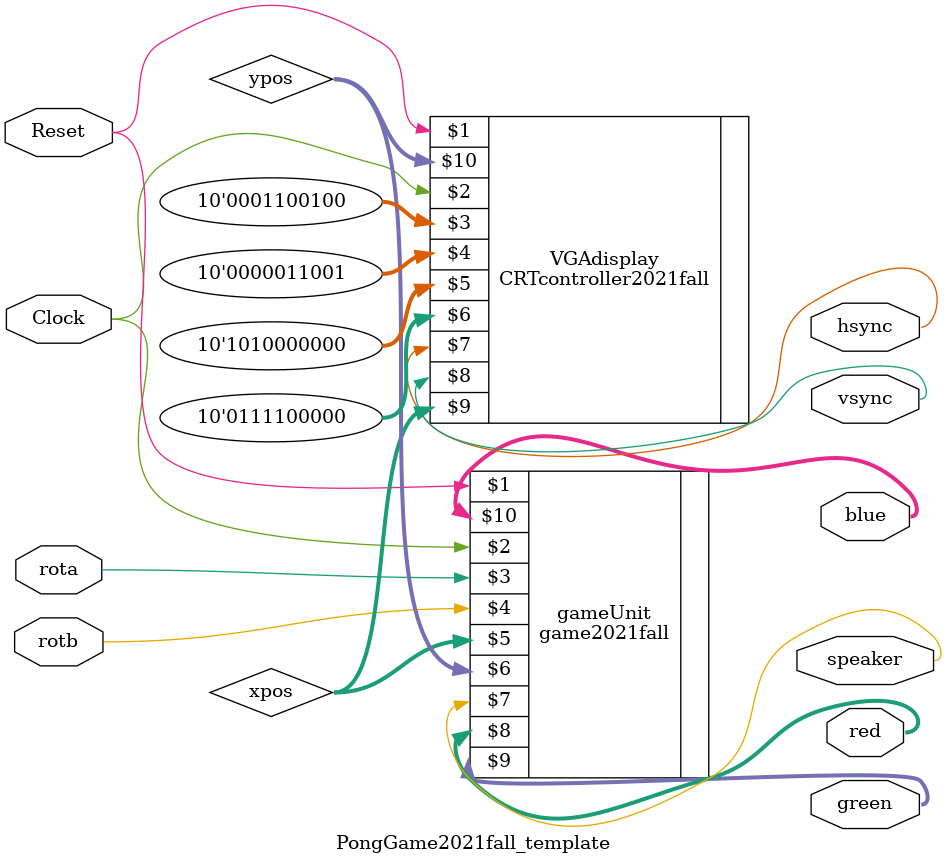
<source format=v>
`timescale 1ns / 1ps

//pong game with new controller template
//ECE433-01 Fall 2021
//Term Project VGA driver template
//the video controller uses synch timings from the pong game
//the system clock should be 100MHz
//the VGA pixel clock is 25MHz
//this is a template for students to complete
//try to match the video_timer
//based on pong from http://www.bigmessowires.com/2009/06/21/fpga-pong/. 

module PongGame2021fall_template(
    input Reset, Clock, rota, rotb,
    output speaker,
    output [3:0] red, green, blue,
    output hsync, vsync
    );

wire [9:0] xpos;
wire [9:0] ypos;

parameter [9:0] NumberofPixels=10'd640, NumberofLines=10'd480;
parameter [9:0] SystemClock=10'd100, CRTClock=10'd25; //MHz 

//module CRTcontroller2021fall #(parameter ResolutionSize=10, SystemClockSize=10) (
//input reset, clock, 
//input [SystemClockSize-1:0] SystemClockFreq, CRTClockFreq, 
//input [ResolutionSize-1:0] Xresolution, Yresolution,
//output hsync, vsync, 
//output [ResolutionSize-1:0] xpos, ypos);

CRTcontroller2021fall VGAdisplay(Reset, Clock, SystemClock, CRTClock, 
     NumberofPixels, NumberofLines, hsync, vsync, xpos, ypos);
	  
//module game2021fall(
//input Reset, clk25, rota, rotb,
//input [9:0] xpos, ypos,
//output [3:0] red, green, blue);

//wire clk25;

//clkGen25 clk25Gen(.clk100(Clock), .clk25(clk25));


////change the game module to add your name initials	
game2021fall gameUnit(Reset, Clock, rota, rotb, xpos, ypos, speaker, red, green, blue);
					
endmodule

</source>
